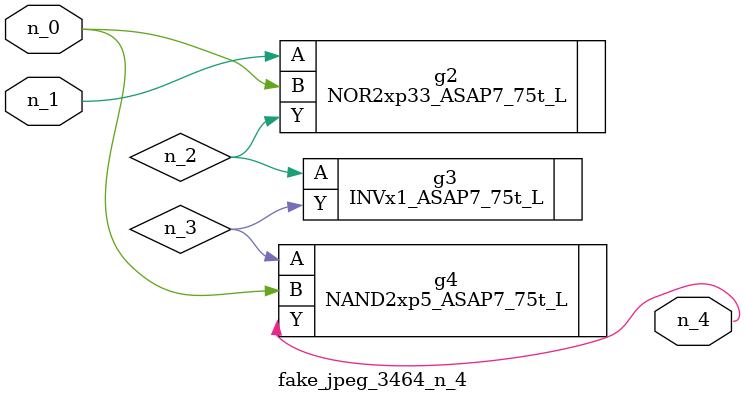
<source format=v>
module fake_jpeg_3464_n_4 (n_0, n_1, n_4);

input n_0;
input n_1;

output n_4;

wire n_2;
wire n_3;

NOR2xp33_ASAP7_75t_L g2 ( 
.A(n_1),
.B(n_0),
.Y(n_2)
);

INVx1_ASAP7_75t_L g3 ( 
.A(n_2),
.Y(n_3)
);

NAND2xp5_ASAP7_75t_L g4 ( 
.A(n_3),
.B(n_0),
.Y(n_4)
);


endmodule
</source>
